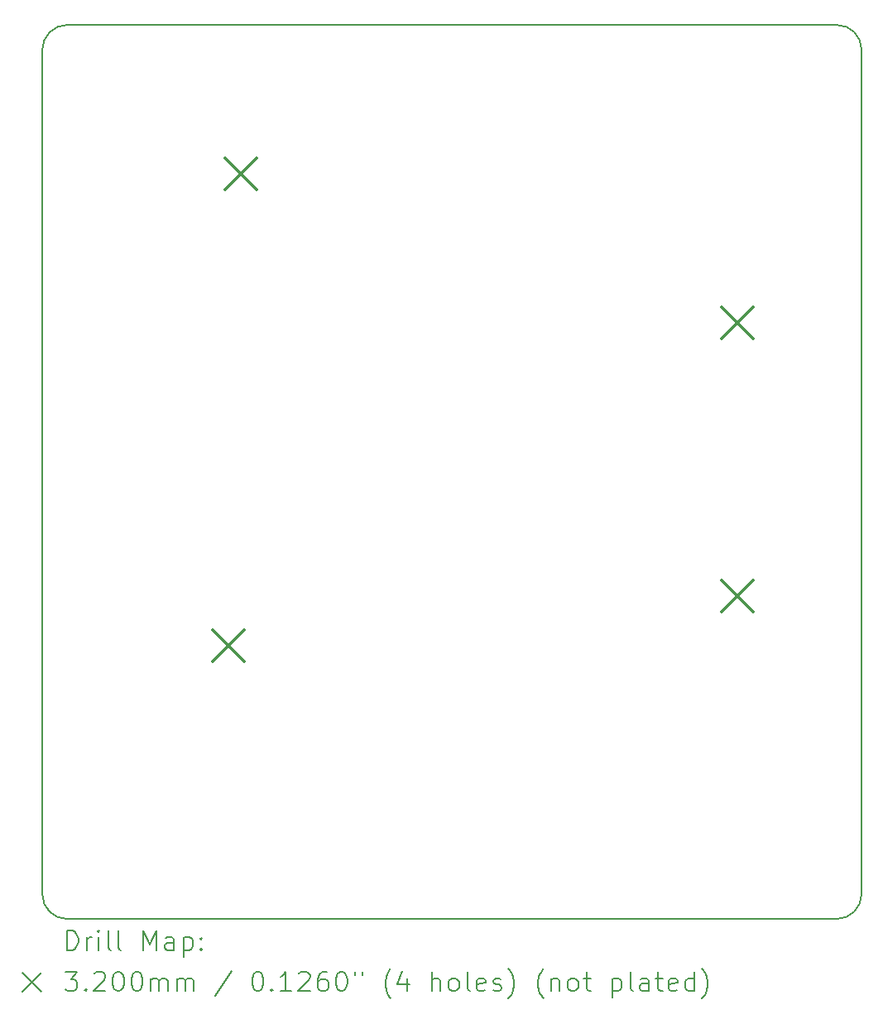
<source format=gbr>
%TF.GenerationSoftware,KiCad,Pcbnew,7.0.10*%
%TF.CreationDate,2024-02-11T11:33:22+13:00*%
%TF.ProjectId,conway_proj,636f6e77-6179-45f7-9072-6f6a2e6b6963,rev?*%
%TF.SameCoordinates,Original*%
%TF.FileFunction,Drillmap*%
%TF.FilePolarity,Positive*%
%FSLAX45Y45*%
G04 Gerber Fmt 4.5, Leading zero omitted, Abs format (unit mm)*
G04 Created by KiCad (PCBNEW 7.0.10) date 2024-02-11 11:33:22*
%MOMM*%
%LPD*%
G01*
G04 APERTURE LIST*
%ADD10C,0.150000*%
%ADD11C,0.200000*%
%ADD12C,0.320000*%
G04 APERTURE END LIST*
D10*
X15334000Y-10254000D02*
G75*
G03*
X15080000Y-10000000I-254000J0D01*
G01*
X15080000Y-19144000D02*
G75*
G03*
X15334000Y-18890000I0J254000D01*
G01*
X6952000Y-18890000D02*
X6952000Y-10254000D01*
X15334000Y-10254000D02*
X15334000Y-18890000D01*
X15080000Y-19144000D02*
X7206000Y-19144000D01*
X7206000Y-10000000D02*
X15080000Y-10000000D01*
X6952000Y-18890000D02*
G75*
G03*
X7206000Y-19144000I254000J0D01*
G01*
X7206000Y-10000001D02*
G75*
G03*
X6952000Y-10254000I0J-254000D01*
G01*
D11*
D12*
X8697000Y-16190000D02*
X9017000Y-16510000D01*
X9017000Y-16190000D02*
X8697000Y-16510000D01*
X8824000Y-11364000D02*
X9144000Y-11684000D01*
X9144000Y-11364000D02*
X8824000Y-11684000D01*
X13904000Y-12888000D02*
X14224000Y-13208000D01*
X14224000Y-12888000D02*
X13904000Y-13208000D01*
X13904000Y-15682000D02*
X14224000Y-16002000D01*
X14224000Y-15682000D02*
X13904000Y-16002000D01*
D11*
X7205277Y-19462984D02*
X7205277Y-19262984D01*
X7205277Y-19262984D02*
X7252896Y-19262984D01*
X7252896Y-19262984D02*
X7281467Y-19272508D01*
X7281467Y-19272508D02*
X7300515Y-19291555D01*
X7300515Y-19291555D02*
X7310039Y-19310603D01*
X7310039Y-19310603D02*
X7319562Y-19348698D01*
X7319562Y-19348698D02*
X7319562Y-19377270D01*
X7319562Y-19377270D02*
X7310039Y-19415365D01*
X7310039Y-19415365D02*
X7300515Y-19434412D01*
X7300515Y-19434412D02*
X7281467Y-19453460D01*
X7281467Y-19453460D02*
X7252896Y-19462984D01*
X7252896Y-19462984D02*
X7205277Y-19462984D01*
X7405277Y-19462984D02*
X7405277Y-19329651D01*
X7405277Y-19367746D02*
X7414800Y-19348698D01*
X7414800Y-19348698D02*
X7424324Y-19339174D01*
X7424324Y-19339174D02*
X7443372Y-19329651D01*
X7443372Y-19329651D02*
X7462420Y-19329651D01*
X7529086Y-19462984D02*
X7529086Y-19329651D01*
X7529086Y-19262984D02*
X7519562Y-19272508D01*
X7519562Y-19272508D02*
X7529086Y-19282032D01*
X7529086Y-19282032D02*
X7538610Y-19272508D01*
X7538610Y-19272508D02*
X7529086Y-19262984D01*
X7529086Y-19262984D02*
X7529086Y-19282032D01*
X7652896Y-19462984D02*
X7633848Y-19453460D01*
X7633848Y-19453460D02*
X7624324Y-19434412D01*
X7624324Y-19434412D02*
X7624324Y-19262984D01*
X7757658Y-19462984D02*
X7738610Y-19453460D01*
X7738610Y-19453460D02*
X7729086Y-19434412D01*
X7729086Y-19434412D02*
X7729086Y-19262984D01*
X7986229Y-19462984D02*
X7986229Y-19262984D01*
X7986229Y-19262984D02*
X8052896Y-19405841D01*
X8052896Y-19405841D02*
X8119562Y-19262984D01*
X8119562Y-19262984D02*
X8119562Y-19462984D01*
X8300515Y-19462984D02*
X8300515Y-19358222D01*
X8300515Y-19358222D02*
X8290991Y-19339174D01*
X8290991Y-19339174D02*
X8271943Y-19329651D01*
X8271943Y-19329651D02*
X8233848Y-19329651D01*
X8233848Y-19329651D02*
X8214800Y-19339174D01*
X8300515Y-19453460D02*
X8281467Y-19462984D01*
X8281467Y-19462984D02*
X8233848Y-19462984D01*
X8233848Y-19462984D02*
X8214800Y-19453460D01*
X8214800Y-19453460D02*
X8205277Y-19434412D01*
X8205277Y-19434412D02*
X8205277Y-19415365D01*
X8205277Y-19415365D02*
X8214800Y-19396317D01*
X8214800Y-19396317D02*
X8233848Y-19386793D01*
X8233848Y-19386793D02*
X8281467Y-19386793D01*
X8281467Y-19386793D02*
X8300515Y-19377270D01*
X8395753Y-19329651D02*
X8395753Y-19529651D01*
X8395753Y-19339174D02*
X8414801Y-19329651D01*
X8414801Y-19329651D02*
X8452896Y-19329651D01*
X8452896Y-19329651D02*
X8471943Y-19339174D01*
X8471943Y-19339174D02*
X8481467Y-19348698D01*
X8481467Y-19348698D02*
X8490991Y-19367746D01*
X8490991Y-19367746D02*
X8490991Y-19424889D01*
X8490991Y-19424889D02*
X8481467Y-19443936D01*
X8481467Y-19443936D02*
X8471943Y-19453460D01*
X8471943Y-19453460D02*
X8452896Y-19462984D01*
X8452896Y-19462984D02*
X8414801Y-19462984D01*
X8414801Y-19462984D02*
X8395753Y-19453460D01*
X8576705Y-19443936D02*
X8586229Y-19453460D01*
X8586229Y-19453460D02*
X8576705Y-19462984D01*
X8576705Y-19462984D02*
X8567182Y-19453460D01*
X8567182Y-19453460D02*
X8576705Y-19443936D01*
X8576705Y-19443936D02*
X8576705Y-19462984D01*
X8576705Y-19339174D02*
X8586229Y-19348698D01*
X8586229Y-19348698D02*
X8576705Y-19358222D01*
X8576705Y-19358222D02*
X8567182Y-19348698D01*
X8567182Y-19348698D02*
X8576705Y-19339174D01*
X8576705Y-19339174D02*
X8576705Y-19358222D01*
X6744500Y-19691500D02*
X6944500Y-19891500D01*
X6944500Y-19691500D02*
X6744500Y-19891500D01*
X7186229Y-19682984D02*
X7310039Y-19682984D01*
X7310039Y-19682984D02*
X7243372Y-19759174D01*
X7243372Y-19759174D02*
X7271943Y-19759174D01*
X7271943Y-19759174D02*
X7290991Y-19768698D01*
X7290991Y-19768698D02*
X7300515Y-19778222D01*
X7300515Y-19778222D02*
X7310039Y-19797270D01*
X7310039Y-19797270D02*
X7310039Y-19844889D01*
X7310039Y-19844889D02*
X7300515Y-19863936D01*
X7300515Y-19863936D02*
X7290991Y-19873460D01*
X7290991Y-19873460D02*
X7271943Y-19882984D01*
X7271943Y-19882984D02*
X7214800Y-19882984D01*
X7214800Y-19882984D02*
X7195753Y-19873460D01*
X7195753Y-19873460D02*
X7186229Y-19863936D01*
X7395753Y-19863936D02*
X7405277Y-19873460D01*
X7405277Y-19873460D02*
X7395753Y-19882984D01*
X7395753Y-19882984D02*
X7386229Y-19873460D01*
X7386229Y-19873460D02*
X7395753Y-19863936D01*
X7395753Y-19863936D02*
X7395753Y-19882984D01*
X7481467Y-19702032D02*
X7490991Y-19692508D01*
X7490991Y-19692508D02*
X7510039Y-19682984D01*
X7510039Y-19682984D02*
X7557658Y-19682984D01*
X7557658Y-19682984D02*
X7576705Y-19692508D01*
X7576705Y-19692508D02*
X7586229Y-19702032D01*
X7586229Y-19702032D02*
X7595753Y-19721079D01*
X7595753Y-19721079D02*
X7595753Y-19740127D01*
X7595753Y-19740127D02*
X7586229Y-19768698D01*
X7586229Y-19768698D02*
X7471943Y-19882984D01*
X7471943Y-19882984D02*
X7595753Y-19882984D01*
X7719562Y-19682984D02*
X7738610Y-19682984D01*
X7738610Y-19682984D02*
X7757658Y-19692508D01*
X7757658Y-19692508D02*
X7767181Y-19702032D01*
X7767181Y-19702032D02*
X7776705Y-19721079D01*
X7776705Y-19721079D02*
X7786229Y-19759174D01*
X7786229Y-19759174D02*
X7786229Y-19806793D01*
X7786229Y-19806793D02*
X7776705Y-19844889D01*
X7776705Y-19844889D02*
X7767181Y-19863936D01*
X7767181Y-19863936D02*
X7757658Y-19873460D01*
X7757658Y-19873460D02*
X7738610Y-19882984D01*
X7738610Y-19882984D02*
X7719562Y-19882984D01*
X7719562Y-19882984D02*
X7700515Y-19873460D01*
X7700515Y-19873460D02*
X7690991Y-19863936D01*
X7690991Y-19863936D02*
X7681467Y-19844889D01*
X7681467Y-19844889D02*
X7671943Y-19806793D01*
X7671943Y-19806793D02*
X7671943Y-19759174D01*
X7671943Y-19759174D02*
X7681467Y-19721079D01*
X7681467Y-19721079D02*
X7690991Y-19702032D01*
X7690991Y-19702032D02*
X7700515Y-19692508D01*
X7700515Y-19692508D02*
X7719562Y-19682984D01*
X7910039Y-19682984D02*
X7929086Y-19682984D01*
X7929086Y-19682984D02*
X7948134Y-19692508D01*
X7948134Y-19692508D02*
X7957658Y-19702032D01*
X7957658Y-19702032D02*
X7967181Y-19721079D01*
X7967181Y-19721079D02*
X7976705Y-19759174D01*
X7976705Y-19759174D02*
X7976705Y-19806793D01*
X7976705Y-19806793D02*
X7967181Y-19844889D01*
X7967181Y-19844889D02*
X7957658Y-19863936D01*
X7957658Y-19863936D02*
X7948134Y-19873460D01*
X7948134Y-19873460D02*
X7929086Y-19882984D01*
X7929086Y-19882984D02*
X7910039Y-19882984D01*
X7910039Y-19882984D02*
X7890991Y-19873460D01*
X7890991Y-19873460D02*
X7881467Y-19863936D01*
X7881467Y-19863936D02*
X7871943Y-19844889D01*
X7871943Y-19844889D02*
X7862420Y-19806793D01*
X7862420Y-19806793D02*
X7862420Y-19759174D01*
X7862420Y-19759174D02*
X7871943Y-19721079D01*
X7871943Y-19721079D02*
X7881467Y-19702032D01*
X7881467Y-19702032D02*
X7890991Y-19692508D01*
X7890991Y-19692508D02*
X7910039Y-19682984D01*
X8062420Y-19882984D02*
X8062420Y-19749651D01*
X8062420Y-19768698D02*
X8071943Y-19759174D01*
X8071943Y-19759174D02*
X8090991Y-19749651D01*
X8090991Y-19749651D02*
X8119562Y-19749651D01*
X8119562Y-19749651D02*
X8138610Y-19759174D01*
X8138610Y-19759174D02*
X8148134Y-19778222D01*
X8148134Y-19778222D02*
X8148134Y-19882984D01*
X8148134Y-19778222D02*
X8157658Y-19759174D01*
X8157658Y-19759174D02*
X8176705Y-19749651D01*
X8176705Y-19749651D02*
X8205277Y-19749651D01*
X8205277Y-19749651D02*
X8224324Y-19759174D01*
X8224324Y-19759174D02*
X8233848Y-19778222D01*
X8233848Y-19778222D02*
X8233848Y-19882984D01*
X8329086Y-19882984D02*
X8329086Y-19749651D01*
X8329086Y-19768698D02*
X8338610Y-19759174D01*
X8338610Y-19759174D02*
X8357658Y-19749651D01*
X8357658Y-19749651D02*
X8386229Y-19749651D01*
X8386229Y-19749651D02*
X8405277Y-19759174D01*
X8405277Y-19759174D02*
X8414801Y-19778222D01*
X8414801Y-19778222D02*
X8414801Y-19882984D01*
X8414801Y-19778222D02*
X8424324Y-19759174D01*
X8424324Y-19759174D02*
X8443372Y-19749651D01*
X8443372Y-19749651D02*
X8471943Y-19749651D01*
X8471943Y-19749651D02*
X8490991Y-19759174D01*
X8490991Y-19759174D02*
X8500515Y-19778222D01*
X8500515Y-19778222D02*
X8500515Y-19882984D01*
X8890991Y-19673460D02*
X8719563Y-19930603D01*
X9148134Y-19682984D02*
X9167182Y-19682984D01*
X9167182Y-19682984D02*
X9186229Y-19692508D01*
X9186229Y-19692508D02*
X9195753Y-19702032D01*
X9195753Y-19702032D02*
X9205277Y-19721079D01*
X9205277Y-19721079D02*
X9214801Y-19759174D01*
X9214801Y-19759174D02*
X9214801Y-19806793D01*
X9214801Y-19806793D02*
X9205277Y-19844889D01*
X9205277Y-19844889D02*
X9195753Y-19863936D01*
X9195753Y-19863936D02*
X9186229Y-19873460D01*
X9186229Y-19873460D02*
X9167182Y-19882984D01*
X9167182Y-19882984D02*
X9148134Y-19882984D01*
X9148134Y-19882984D02*
X9129086Y-19873460D01*
X9129086Y-19873460D02*
X9119563Y-19863936D01*
X9119563Y-19863936D02*
X9110039Y-19844889D01*
X9110039Y-19844889D02*
X9100515Y-19806793D01*
X9100515Y-19806793D02*
X9100515Y-19759174D01*
X9100515Y-19759174D02*
X9110039Y-19721079D01*
X9110039Y-19721079D02*
X9119563Y-19702032D01*
X9119563Y-19702032D02*
X9129086Y-19692508D01*
X9129086Y-19692508D02*
X9148134Y-19682984D01*
X9300515Y-19863936D02*
X9310039Y-19873460D01*
X9310039Y-19873460D02*
X9300515Y-19882984D01*
X9300515Y-19882984D02*
X9290991Y-19873460D01*
X9290991Y-19873460D02*
X9300515Y-19863936D01*
X9300515Y-19863936D02*
X9300515Y-19882984D01*
X9500515Y-19882984D02*
X9386229Y-19882984D01*
X9443372Y-19882984D02*
X9443372Y-19682984D01*
X9443372Y-19682984D02*
X9424325Y-19711555D01*
X9424325Y-19711555D02*
X9405277Y-19730603D01*
X9405277Y-19730603D02*
X9386229Y-19740127D01*
X9576706Y-19702032D02*
X9586229Y-19692508D01*
X9586229Y-19692508D02*
X9605277Y-19682984D01*
X9605277Y-19682984D02*
X9652896Y-19682984D01*
X9652896Y-19682984D02*
X9671944Y-19692508D01*
X9671944Y-19692508D02*
X9681467Y-19702032D01*
X9681467Y-19702032D02*
X9690991Y-19721079D01*
X9690991Y-19721079D02*
X9690991Y-19740127D01*
X9690991Y-19740127D02*
X9681467Y-19768698D01*
X9681467Y-19768698D02*
X9567182Y-19882984D01*
X9567182Y-19882984D02*
X9690991Y-19882984D01*
X9862420Y-19682984D02*
X9824325Y-19682984D01*
X9824325Y-19682984D02*
X9805277Y-19692508D01*
X9805277Y-19692508D02*
X9795753Y-19702032D01*
X9795753Y-19702032D02*
X9776706Y-19730603D01*
X9776706Y-19730603D02*
X9767182Y-19768698D01*
X9767182Y-19768698D02*
X9767182Y-19844889D01*
X9767182Y-19844889D02*
X9776706Y-19863936D01*
X9776706Y-19863936D02*
X9786229Y-19873460D01*
X9786229Y-19873460D02*
X9805277Y-19882984D01*
X9805277Y-19882984D02*
X9843372Y-19882984D01*
X9843372Y-19882984D02*
X9862420Y-19873460D01*
X9862420Y-19873460D02*
X9871944Y-19863936D01*
X9871944Y-19863936D02*
X9881467Y-19844889D01*
X9881467Y-19844889D02*
X9881467Y-19797270D01*
X9881467Y-19797270D02*
X9871944Y-19778222D01*
X9871944Y-19778222D02*
X9862420Y-19768698D01*
X9862420Y-19768698D02*
X9843372Y-19759174D01*
X9843372Y-19759174D02*
X9805277Y-19759174D01*
X9805277Y-19759174D02*
X9786229Y-19768698D01*
X9786229Y-19768698D02*
X9776706Y-19778222D01*
X9776706Y-19778222D02*
X9767182Y-19797270D01*
X10005277Y-19682984D02*
X10024325Y-19682984D01*
X10024325Y-19682984D02*
X10043372Y-19692508D01*
X10043372Y-19692508D02*
X10052896Y-19702032D01*
X10052896Y-19702032D02*
X10062420Y-19721079D01*
X10062420Y-19721079D02*
X10071944Y-19759174D01*
X10071944Y-19759174D02*
X10071944Y-19806793D01*
X10071944Y-19806793D02*
X10062420Y-19844889D01*
X10062420Y-19844889D02*
X10052896Y-19863936D01*
X10052896Y-19863936D02*
X10043372Y-19873460D01*
X10043372Y-19873460D02*
X10024325Y-19882984D01*
X10024325Y-19882984D02*
X10005277Y-19882984D01*
X10005277Y-19882984D02*
X9986229Y-19873460D01*
X9986229Y-19873460D02*
X9976706Y-19863936D01*
X9976706Y-19863936D02*
X9967182Y-19844889D01*
X9967182Y-19844889D02*
X9957658Y-19806793D01*
X9957658Y-19806793D02*
X9957658Y-19759174D01*
X9957658Y-19759174D02*
X9967182Y-19721079D01*
X9967182Y-19721079D02*
X9976706Y-19702032D01*
X9976706Y-19702032D02*
X9986229Y-19692508D01*
X9986229Y-19692508D02*
X10005277Y-19682984D01*
X10148134Y-19682984D02*
X10148134Y-19721079D01*
X10224325Y-19682984D02*
X10224325Y-19721079D01*
X10519563Y-19959174D02*
X10510039Y-19949651D01*
X10510039Y-19949651D02*
X10490991Y-19921079D01*
X10490991Y-19921079D02*
X10481468Y-19902032D01*
X10481468Y-19902032D02*
X10471944Y-19873460D01*
X10471944Y-19873460D02*
X10462420Y-19825841D01*
X10462420Y-19825841D02*
X10462420Y-19787746D01*
X10462420Y-19787746D02*
X10471944Y-19740127D01*
X10471944Y-19740127D02*
X10481468Y-19711555D01*
X10481468Y-19711555D02*
X10490991Y-19692508D01*
X10490991Y-19692508D02*
X10510039Y-19663936D01*
X10510039Y-19663936D02*
X10519563Y-19654412D01*
X10681468Y-19749651D02*
X10681468Y-19882984D01*
X10633848Y-19673460D02*
X10586229Y-19816317D01*
X10586229Y-19816317D02*
X10710039Y-19816317D01*
X10938610Y-19882984D02*
X10938610Y-19682984D01*
X11024325Y-19882984D02*
X11024325Y-19778222D01*
X11024325Y-19778222D02*
X11014801Y-19759174D01*
X11014801Y-19759174D02*
X10995753Y-19749651D01*
X10995753Y-19749651D02*
X10967182Y-19749651D01*
X10967182Y-19749651D02*
X10948134Y-19759174D01*
X10948134Y-19759174D02*
X10938610Y-19768698D01*
X11148134Y-19882984D02*
X11129087Y-19873460D01*
X11129087Y-19873460D02*
X11119563Y-19863936D01*
X11119563Y-19863936D02*
X11110039Y-19844889D01*
X11110039Y-19844889D02*
X11110039Y-19787746D01*
X11110039Y-19787746D02*
X11119563Y-19768698D01*
X11119563Y-19768698D02*
X11129087Y-19759174D01*
X11129087Y-19759174D02*
X11148134Y-19749651D01*
X11148134Y-19749651D02*
X11176706Y-19749651D01*
X11176706Y-19749651D02*
X11195753Y-19759174D01*
X11195753Y-19759174D02*
X11205277Y-19768698D01*
X11205277Y-19768698D02*
X11214801Y-19787746D01*
X11214801Y-19787746D02*
X11214801Y-19844889D01*
X11214801Y-19844889D02*
X11205277Y-19863936D01*
X11205277Y-19863936D02*
X11195753Y-19873460D01*
X11195753Y-19873460D02*
X11176706Y-19882984D01*
X11176706Y-19882984D02*
X11148134Y-19882984D01*
X11329087Y-19882984D02*
X11310039Y-19873460D01*
X11310039Y-19873460D02*
X11300515Y-19854412D01*
X11300515Y-19854412D02*
X11300515Y-19682984D01*
X11481468Y-19873460D02*
X11462420Y-19882984D01*
X11462420Y-19882984D02*
X11424325Y-19882984D01*
X11424325Y-19882984D02*
X11405277Y-19873460D01*
X11405277Y-19873460D02*
X11395753Y-19854412D01*
X11395753Y-19854412D02*
X11395753Y-19778222D01*
X11395753Y-19778222D02*
X11405277Y-19759174D01*
X11405277Y-19759174D02*
X11424325Y-19749651D01*
X11424325Y-19749651D02*
X11462420Y-19749651D01*
X11462420Y-19749651D02*
X11481468Y-19759174D01*
X11481468Y-19759174D02*
X11490991Y-19778222D01*
X11490991Y-19778222D02*
X11490991Y-19797270D01*
X11490991Y-19797270D02*
X11395753Y-19816317D01*
X11567182Y-19873460D02*
X11586229Y-19882984D01*
X11586229Y-19882984D02*
X11624325Y-19882984D01*
X11624325Y-19882984D02*
X11643372Y-19873460D01*
X11643372Y-19873460D02*
X11652896Y-19854412D01*
X11652896Y-19854412D02*
X11652896Y-19844889D01*
X11652896Y-19844889D02*
X11643372Y-19825841D01*
X11643372Y-19825841D02*
X11624325Y-19816317D01*
X11624325Y-19816317D02*
X11595753Y-19816317D01*
X11595753Y-19816317D02*
X11576706Y-19806793D01*
X11576706Y-19806793D02*
X11567182Y-19787746D01*
X11567182Y-19787746D02*
X11567182Y-19778222D01*
X11567182Y-19778222D02*
X11576706Y-19759174D01*
X11576706Y-19759174D02*
X11595753Y-19749651D01*
X11595753Y-19749651D02*
X11624325Y-19749651D01*
X11624325Y-19749651D02*
X11643372Y-19759174D01*
X11719563Y-19959174D02*
X11729087Y-19949651D01*
X11729087Y-19949651D02*
X11748134Y-19921079D01*
X11748134Y-19921079D02*
X11757658Y-19902032D01*
X11757658Y-19902032D02*
X11767182Y-19873460D01*
X11767182Y-19873460D02*
X11776706Y-19825841D01*
X11776706Y-19825841D02*
X11776706Y-19787746D01*
X11776706Y-19787746D02*
X11767182Y-19740127D01*
X11767182Y-19740127D02*
X11757658Y-19711555D01*
X11757658Y-19711555D02*
X11748134Y-19692508D01*
X11748134Y-19692508D02*
X11729087Y-19663936D01*
X11729087Y-19663936D02*
X11719563Y-19654412D01*
X12081468Y-19959174D02*
X12071944Y-19949651D01*
X12071944Y-19949651D02*
X12052896Y-19921079D01*
X12052896Y-19921079D02*
X12043372Y-19902032D01*
X12043372Y-19902032D02*
X12033849Y-19873460D01*
X12033849Y-19873460D02*
X12024325Y-19825841D01*
X12024325Y-19825841D02*
X12024325Y-19787746D01*
X12024325Y-19787746D02*
X12033849Y-19740127D01*
X12033849Y-19740127D02*
X12043372Y-19711555D01*
X12043372Y-19711555D02*
X12052896Y-19692508D01*
X12052896Y-19692508D02*
X12071944Y-19663936D01*
X12071944Y-19663936D02*
X12081468Y-19654412D01*
X12157658Y-19749651D02*
X12157658Y-19882984D01*
X12157658Y-19768698D02*
X12167182Y-19759174D01*
X12167182Y-19759174D02*
X12186229Y-19749651D01*
X12186229Y-19749651D02*
X12214801Y-19749651D01*
X12214801Y-19749651D02*
X12233849Y-19759174D01*
X12233849Y-19759174D02*
X12243372Y-19778222D01*
X12243372Y-19778222D02*
X12243372Y-19882984D01*
X12367182Y-19882984D02*
X12348134Y-19873460D01*
X12348134Y-19873460D02*
X12338610Y-19863936D01*
X12338610Y-19863936D02*
X12329087Y-19844889D01*
X12329087Y-19844889D02*
X12329087Y-19787746D01*
X12329087Y-19787746D02*
X12338610Y-19768698D01*
X12338610Y-19768698D02*
X12348134Y-19759174D01*
X12348134Y-19759174D02*
X12367182Y-19749651D01*
X12367182Y-19749651D02*
X12395753Y-19749651D01*
X12395753Y-19749651D02*
X12414801Y-19759174D01*
X12414801Y-19759174D02*
X12424325Y-19768698D01*
X12424325Y-19768698D02*
X12433849Y-19787746D01*
X12433849Y-19787746D02*
X12433849Y-19844889D01*
X12433849Y-19844889D02*
X12424325Y-19863936D01*
X12424325Y-19863936D02*
X12414801Y-19873460D01*
X12414801Y-19873460D02*
X12395753Y-19882984D01*
X12395753Y-19882984D02*
X12367182Y-19882984D01*
X12490991Y-19749651D02*
X12567182Y-19749651D01*
X12519563Y-19682984D02*
X12519563Y-19854412D01*
X12519563Y-19854412D02*
X12529087Y-19873460D01*
X12529087Y-19873460D02*
X12548134Y-19882984D01*
X12548134Y-19882984D02*
X12567182Y-19882984D01*
X12786230Y-19749651D02*
X12786230Y-19949651D01*
X12786230Y-19759174D02*
X12805277Y-19749651D01*
X12805277Y-19749651D02*
X12843372Y-19749651D01*
X12843372Y-19749651D02*
X12862420Y-19759174D01*
X12862420Y-19759174D02*
X12871944Y-19768698D01*
X12871944Y-19768698D02*
X12881468Y-19787746D01*
X12881468Y-19787746D02*
X12881468Y-19844889D01*
X12881468Y-19844889D02*
X12871944Y-19863936D01*
X12871944Y-19863936D02*
X12862420Y-19873460D01*
X12862420Y-19873460D02*
X12843372Y-19882984D01*
X12843372Y-19882984D02*
X12805277Y-19882984D01*
X12805277Y-19882984D02*
X12786230Y-19873460D01*
X12995753Y-19882984D02*
X12976706Y-19873460D01*
X12976706Y-19873460D02*
X12967182Y-19854412D01*
X12967182Y-19854412D02*
X12967182Y-19682984D01*
X13157658Y-19882984D02*
X13157658Y-19778222D01*
X13157658Y-19778222D02*
X13148134Y-19759174D01*
X13148134Y-19759174D02*
X13129087Y-19749651D01*
X13129087Y-19749651D02*
X13090991Y-19749651D01*
X13090991Y-19749651D02*
X13071944Y-19759174D01*
X13157658Y-19873460D02*
X13138611Y-19882984D01*
X13138611Y-19882984D02*
X13090991Y-19882984D01*
X13090991Y-19882984D02*
X13071944Y-19873460D01*
X13071944Y-19873460D02*
X13062420Y-19854412D01*
X13062420Y-19854412D02*
X13062420Y-19835365D01*
X13062420Y-19835365D02*
X13071944Y-19816317D01*
X13071944Y-19816317D02*
X13090991Y-19806793D01*
X13090991Y-19806793D02*
X13138611Y-19806793D01*
X13138611Y-19806793D02*
X13157658Y-19797270D01*
X13224325Y-19749651D02*
X13300515Y-19749651D01*
X13252896Y-19682984D02*
X13252896Y-19854412D01*
X13252896Y-19854412D02*
X13262420Y-19873460D01*
X13262420Y-19873460D02*
X13281468Y-19882984D01*
X13281468Y-19882984D02*
X13300515Y-19882984D01*
X13443372Y-19873460D02*
X13424325Y-19882984D01*
X13424325Y-19882984D02*
X13386230Y-19882984D01*
X13386230Y-19882984D02*
X13367182Y-19873460D01*
X13367182Y-19873460D02*
X13357658Y-19854412D01*
X13357658Y-19854412D02*
X13357658Y-19778222D01*
X13357658Y-19778222D02*
X13367182Y-19759174D01*
X13367182Y-19759174D02*
X13386230Y-19749651D01*
X13386230Y-19749651D02*
X13424325Y-19749651D01*
X13424325Y-19749651D02*
X13443372Y-19759174D01*
X13443372Y-19759174D02*
X13452896Y-19778222D01*
X13452896Y-19778222D02*
X13452896Y-19797270D01*
X13452896Y-19797270D02*
X13357658Y-19816317D01*
X13624325Y-19882984D02*
X13624325Y-19682984D01*
X13624325Y-19873460D02*
X13605277Y-19882984D01*
X13605277Y-19882984D02*
X13567182Y-19882984D01*
X13567182Y-19882984D02*
X13548134Y-19873460D01*
X13548134Y-19873460D02*
X13538611Y-19863936D01*
X13538611Y-19863936D02*
X13529087Y-19844889D01*
X13529087Y-19844889D02*
X13529087Y-19787746D01*
X13529087Y-19787746D02*
X13538611Y-19768698D01*
X13538611Y-19768698D02*
X13548134Y-19759174D01*
X13548134Y-19759174D02*
X13567182Y-19749651D01*
X13567182Y-19749651D02*
X13605277Y-19749651D01*
X13605277Y-19749651D02*
X13624325Y-19759174D01*
X13700515Y-19959174D02*
X13710039Y-19949651D01*
X13710039Y-19949651D02*
X13729087Y-19921079D01*
X13729087Y-19921079D02*
X13738611Y-19902032D01*
X13738611Y-19902032D02*
X13748134Y-19873460D01*
X13748134Y-19873460D02*
X13757658Y-19825841D01*
X13757658Y-19825841D02*
X13757658Y-19787746D01*
X13757658Y-19787746D02*
X13748134Y-19740127D01*
X13748134Y-19740127D02*
X13738611Y-19711555D01*
X13738611Y-19711555D02*
X13729087Y-19692508D01*
X13729087Y-19692508D02*
X13710039Y-19663936D01*
X13710039Y-19663936D02*
X13700515Y-19654412D01*
M02*

</source>
